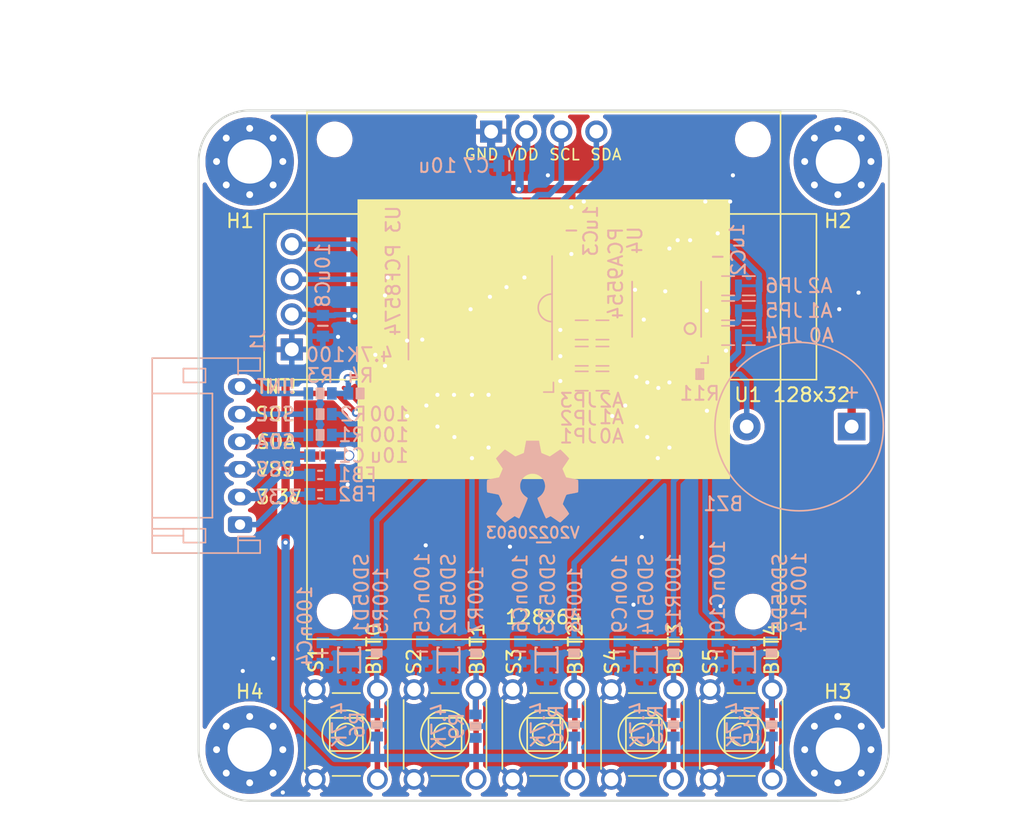
<source format=kicad_pcb>
(kicad_pcb (version 20211014) (generator pcbnew)
  (layers (0 "F.Cu" signal) (31 "B.Cu" signal) (34 "B.Paste" user) (35 "F.Paste" user) (36 "B.SilkS" user "B.Silkscreen") (37 "F.SilkS" user "F.Silkscreen") (38 "B.Mask" user) (39 "F.Mask" user) (44 "Edge.Cuts" user))
  (net 0 "")
  (net 1 "Net-(J1-Pad6)")
  (net 2 "Net-(J1-Pad5)")
  (net 3 "Net-(J1-Pad4)")
  (net 4 "/VSS")
  (net 5 "/SDA")
  (net 6 "/SCL")
  (net 7 "/!INT")
  (net 8 "Net-(FB1-Pad2)")
  (net 9 "/3.3V")
  (net 10 "Net-(FB2-Pad2)")
  (net 11 "/5V")
  (net 12 "/BUZZ")
  (net 13 "Net-(JP1-Pad2)")
  (net 14 "Net-(JP2-Pad2)")
  (net 15 "Net-(JP3-Pad2)")
  (net 16 "Net-(JP4-Pad2)")
  (net 17 "Net-(JP5-Pad2)")
  (net 18 "Net-(JP6-Pad2)")
  (net 21 "/BUTT3")
  (net 22 "/BUTT2")
  (net 23 "/BUTT1")
  (net 24 "/BUTT0")
  (net 27 "Net-(R5-Pad1)")
  (net 28 "Net-(R7-Pad1)")
  (net 29 "Net-(R10-Pad2)")
  (net 30 "Net-(BZ1-Pad2)")
  (net 31 "Net-(R12-Pad1)")
  (net 32 "/BUTT4")
  (net 33 "Net-(R14-Pad1)")
  (footprint "MountingHole:MountingHole_3.2mm_M3_Pad_Via" (layer "F.Cu") (at 196.3 53.7)
    (fp_text reference "H2")
    (fp_text value "MountingHole")
  )
  (footprint "MountingHole:MountingHole_3.2mm_M3_Pad_Via" (layer "F.Cu") (at 196.3 96.3)
    (fp_text reference "H3")
    (fp_text value "MountingHole")
  )
  (footprint "MountingHole:MountingHole_3.2mm_M3_Pad_Via" (layer "F.Cu") (at 153.7 96.3)
    (fp_text reference "H4")
    (fp_text value "MountingHole")
  )
  (footprint "SquantorModules:OLED_132in_128x96" (layer "F.Cu") (at 175 69.2)
    (fp_text reference "U2")
    (fp_text value "128x64")
  )
  (footprint "SquantorSwitches:Omron_B3F-1052" (layer "F.Cu") (at 160.7 95.2 90)
    (fp_text reference "S1")
    (fp_text value "BUT0")
  )
  (footprint "SquantorSwitches:Omron_B3F-1052" (layer "F.Cu") (at 167.85 95.2 90)
    (fp_text reference "S2")
    (fp_text value "BUT1")
  )
  (footprint "SquantorSwitches:Omron_B3F-1052" (layer "F.Cu") (at 175 95.2 90)
    (fp_text reference "S3")
    (fp_text value "BUT2")
  )
  (footprint "SquantorModules:OLED_128x32" (layer "F.Cu") (at 174.75 63.5)
    (fp_text reference "U1")
    (fp_text value "128x32")
  )
  (footprint "MountingHole:MountingHole_3.2mm_M3_Pad_Via" (layer "F.Cu") (at 153.7 53.7)
    (fp_text reference "H1")
    (fp_text value "MountingHole")
  )
  (footprint "SquantorSwitches:Omron_B3F-1052" (layer "F.Cu") (at 189.3 95.2 90)
    (fp_text reference "S5")
    (fp_text value "BUT4")
  )
  (footprint "SquantorSwitches:Omron_B3F-1052" (layer "F.Cu") (at 182.15 95.2 90)
    (fp_text reference "S4")
    (fp_text value "BUT3")
  )
  (footprint "Symbols:OSHW-Symbol_6.7x6mm_SilkScreen" (layer "B.Cu") (at 174.2 76.9 180)
    (fp_text reference "N1" hide)
    (fp_text value "OHWLOGO" hide)
  )
  (footprint "SquantorLabels:Label_Generic" (layer "B.Cu") (at 175 80.6875 180)
    (fp_text reference "N2" hide)
    (fp_text value "V20220603")
  )
  (footprint "Connector_JST:JST_PH_S6B-PH-K_1x06_P2.00mm_Horizontal" (layer "B.Cu") (at 153 80 90)
    (fp_text reference "J1")
    (fp_text value "Conn_01x06")
  )
  (footprint "SquantorRcl:R_0603_hand" (layer "B.Cu") (at 158.8 73.5 180)
    (fp_text reference "R1")
    (fp_text value "100")
  )
  (footprint "SquantorRcl:R_0603_hand" (layer "B.Cu") (at 158.8 70.5 180)
    (fp_text reference "R3")
    (fp_text value "100")
  )
  (footprint "SquantorRcl:L_0603" (layer "B.Cu") (at 158.8 76.4 180)
    (fp_text reference "FB1")
    (fp_text value "600")
  )
  (footprint "SquantorRcl:C_0603" (layer "B.Cu") (at 158.8 75)
    (fp_text reference "C1")
    (fp_text value "10u")
  )
  (footprint "SquantorRcl:L_0603" (layer "B.Cu") (at 158.8 77.8 180)
    (fp_text reference "FB2")
    (fp_text value "600")
  )
  (footprint "SquantorRcl:C_0603" (layer "B.Cu") (at 177 58.7 -90)
    (fp_text reference "C3")
    (fp_text value "1u")
  )
  (footprint "SquantorRcl:R_0603_hand" (layer "B.Cu") (at 161.7 70.5 180)
    (fp_text reference "R4")
    (fp_text value "4.7K")
  )
  (footprint "SquantorIC:SOT162-1-NXP" (layer "B.Cu") (at 170.4 64.3 90)
    (fp_text reference "U3")
    (fp_text value "PCF8574")
  )
  (footprint "SquantorDiodes:SOD_323_onsemi" (layer "B.Cu") (at 160.9 89.8 -90)
    (fp_text reference "D1")
    (fp_text value "SD05")
  )
  (footprint "SquantorRcl:R_0603_hand" (layer "B.Cu") (at 162.9 89.3 90)
    (fp_text reference "R5")
    (fp_text value "100")
  )
  (footprint "SquantorRcl:C_0603" (layer "B.Cu") (at 166.2 89.2 -90)
    (fp_text reference "C5")
    (fp_text value "100n")
  )
  (footprint "SquantorRcl:C_0603" (layer "B.Cu") (at 173.3 89.2 -90)
    (fp_text reference "C6")
    (fp_text value "100n")
  )
  (footprint "SquantorDiodes:SOD_323_onsemi" (layer "B.Cu") (at 168.1 89.8 -90)
    (fp_text reference "D2")
    (fp_text value "SD05")
  )
  (footprint "SquantorDiodes:SOD_323_onsemi" (layer "B.Cu") (at 175.2 89.8 -90)
    (fp_text reference "D3")
    (fp_text value "SD05")
  )
  (footprint "SquantorRcl:R_0603_hand" (layer "B.Cu") (at 170.1 89.3 90)
    (fp_text reference "R7")
    (fp_text value "100")
  )
  (footprint "SquantorRcl:R_0603_hand" (layer "B.Cu") (at 177.2 89.3 90)
    (fp_text reference "R8")
    (fp_text value "100")
  )
  (footprint "SquantorRcl:R_0603_hand" (layer "B.Cu") (at 170.053 94.6 90)
    (fp_text reference "R9")
    (fp_text value "4.7K")
  )
  (footprint "SquantorRcl:R_0603_hand" (layer "B.Cu") (at 177.2 94.5 90)
    (fp_text reference "R10")
    (fp_text value "4.7K")
  )
  (footprint "SquantorRcl:R_0603_hand" (layer "B.Cu") (at 158.8 72 180)
    (fp_text reference "R2")
    (fp_text value "100")
  )
  (footprint "SquantorRcl:R_0603_hand" (layer "B.Cu") (at 162.9 94.5 90)
    (fp_text reference "R6")
    (fp_text value "4.7K")
  )
  (footprint "SquantorRcl:C_0603" (layer "B.Cu") (at 159 89.3 -90)
    (fp_text reference "C4")
    (fp_text value "100n")
  )
  (footprint "SquantorSpecial:solder_jumper_0603_3way_12conn" (layer "B.Cu") (at 189.1 62.7 180)
    (fp_text reference "JP6")
    (fp_text value "A2")
  )
  (footprint "SquantorRcl:C_0603" (layer "B.Cu") (at 187.6 60.6 -90)
    (fp_text reference "C2")
    (fp_text value "1u")
  )
  (footprint "SquantorIC:SOT403-1-NXP" (layer "B.Cu") (at 183.9 64.4 90)
    (fp_text reference "U4")
    (fp_text value "PCA9554")
  )
  (footprint "SquantorSpecial:solder_jumper_0603_3way_12conn" (layer "B.Cu") (at 189.1 64.5 180)
    (fp_text reference "JP5")
    (fp_text value "A1")
  )
  (footprint "Buzzer_Beeper:Buzzer_12x9.5RM7.6" (layer "B.Cu") (at 197.3 72.9 180)
    (fp_text reference "BZ1")
    (fp_text value "Buzzer")
  )
  (footprint "SquantorRcl:R_0603_hand" (layer "B.Cu") (at 186.3 69.1)
    (fp_text reference "R11")
    (fp_text value "TBD")
  )
  (footprint "SquantorSpecial:solder_jumper_0603_3way_12conn" (layer "B.Cu") (at 178.5 65.9 180)
    (fp_text reference "JP3")
    (fp_text value "A2")
  )
  (footprint "SquantorSpecial:solder_jumper_0603_3way_12conn" (layer "B.Cu") (at 178.5 69.6 180)
    (fp_text reference "JP1")
    (fp_text value "A0")
  )
  (footprint "SquantorSpecial:solder_jumper_0603_3way_12conn" (layer "B.Cu") (at 178.5 67.8 180)
    (fp_text reference "JP2")
    (fp_text value "A1")
  )
  (footprint "SquantorRcl:C_0603" (layer "B.Cu") (at 172.5 54)
    (fp_text reference "C7")
    (fp_text value "10u")
  )
  (footprint "SquantorSpecial:solder_jumper_0603_3way_12conn" (layer "B.Cu") (at 189.1 66.3 180)
    (fp_text reference "JP4")
    (fp_text value "A0")
  )
  (footprint "SquantorRcl:C_0603" (layer "B.Cu") (at 159 65.6 90)
    (fp_text reference "C8")
    (fp_text value "10u")
  )
  (footprint "SquantorRcl:R_0603_hand" (layer "B.Cu") (at 191.5 89.3 90)
    (fp_text reference "R14")
    (fp_text value "100")
  )
  (footprint "SquantorRcl:C_0603" (layer "B.Cu") (at 180.5 89.2 -90)
    (fp_text reference "C9")
    (fp_text value "100n")
  )
  (footprint "SquantorRcl:R_0603_hand" (layer "B.Cu") (at 184.4 94.5 90)
    (fp_text reference "R13")
    (fp_text value "4.7K")
  )
  (footprint "SquantorDiodes:SOD_323_onsemi" (layer "B.Cu") (at 189.5 89.8 -90)
    (fp_text reference "D5")
    (fp_text value "SD05")
  )
  (footprint "SquantorRcl:R_0603_hand" (layer "B.Cu") (at 191.5 94.5 90)
    (fp_text reference "R15")
    (fp_text value "4.7K")
  )
  (footprint "SquantorDiodes:SOD_323_onsemi" (layer "B.Cu") (at 182.4 89.8 -90)
    (fp_text reference "D4")
    (fp_text value "SD05")
  )
  (footprint "SquantorRcl:C_0603" (layer "B.Cu") (at 187.6 89.2 -90)
    (fp_text reference "C10")
    (fp_text value "100n")
  )
  (footprint "SquantorRcl:R_0603_hand" (layer "B.Cu") (at 184.4 89.3 90)
    (fp_text reference "R12")
    (fp_text value "100")
  )
  (gr_line (start 150 96.3) (end 150 53.7) (layer "Edge.Cuts") (width 0.15))
  (gr_line (start 153.7 50) (end 196.3 50) (layer "Edge.Cuts") (width 0.15))
  (gr_line (start 196.3 100) (end 153.7 100) (layer "Edge.Cuts") (width 0.15))
  (gr_line (start 200 53.7) (end 200 96.3) (layer "Edge.Cuts") (width 0.15))
  (gr_arc (start 150 53.7) (mid 151.083705 51.083705) (end 153.7 50) (layer "Edge.Cuts") (width 0.15))
  (gr_arc (start 200 96.3) (mid 198.916295 98.916295) (end 196.3 100) (layer "Edge.Cuts") (width 0.15))
  (gr_arc (start 153.7 100) (mid 151.083705 98.916295) (end 150 96.3) (layer "Edge.Cuts") (width 0.15))
  (gr_arc (start 196.3 50) (mid 198.916295 51.083705) (end 200 53.7) (layer "Edge.Cuts") (width 0.15))
  (gr_text "SCL" (at 155.6 72) (layer "B.SilkS") (effects (font (size 1 1)) (justify mirror)))
  (gr_text "VSS" (at 155.5 76) (layer "B.SilkS") (effects (font (size 1 1)) (justify mirror)))
  (gr_text "!INT" (at 155.6 70) (layer "B.SilkS") (effects (font (size 1 1)) (justify mirror)))
  (gr_text "3.3V" (at 155.8 78) (layer "B.SilkS") (effects (font (size 1 1)) (justify mirror)))
  (gr_text "SDA" (at 155.6 74) (layer "B.SilkS") (effects (font (size 1 1)) (justify mirror)))
  (gr_text "INT!" (at 155.7 70) (layer "F.SilkS") (effects (font (size 1 1))))
  (gr_text "3.3V" (at 155.8 78) (layer "F.SilkS") (effects (font (size 1 1))))
  (gr_text "SCL" (at 155.5 72) (layer "F.SilkS") (effects (font (size 1 1))))
  (gr_text "SDA" (at 155.6 74) (layer "F.SilkS") (effects (font (size 1 1))))
  (gr_text "VSS" (at 155.6 76) (layer "F.SilkS") (effects (font (size 1 1))))
  (segment (start 157.95 70.5) (end 154.7 70.5) (width 0.4) (layer "B.Cu") (net 1))
  (segment (start 154.2 70) (end 153 70) (width 0.4) (layer "B.Cu") (net 1))
  (segment (start 154.7 70.5) (end 154.2 70) (width 0.4) (layer "B.Cu") (net 1))
  (segment (start 157.95 72) (end 153 72) (width 0.4) (layer "B.Cu") (net 2))
  (segment (start 157.95 73.5) (end 154.725 73.5) (width 0.4) (layer "B.Cu") (net 3))
  (segment (start 154.225 74) (end 153 74) (width 0.4) (layer "B.Cu") (net 3))
  (segment (start 154.725 73.5) (end 154.225 74) (width 0.4) (layer "B.Cu") (net 3))
  (via (at 155.4 89.7) (size 0.6) (drill 0.3) (layers "F.Cu" "B.Cu") (net 4))
  (via (at 153.2 90.6) (size 0.6) (drill 0.3) (layers "F.Cu" "B.Cu") (net 4))
  (via (at 166.45 81.5) (size 0.6) (drill 0.3) (layers "F.Cu" "B.Cu") (net 4))
  (via (at 156.1 99.4) (size 0.6) (drill 0.3) (layers "F.Cu" "B.Cu") (net 4))
  (via (at 181.5 85.8) (size 0.6) (drill 0.3) (layers "F.Cu" "B.Cu") (net 4))
  (via (at 175.3 54.7) (size 0.6) (drill 0.3) (layers "F.Cu" "B.Cu") (net 4))
  (via (at 177.9 56.6) (size 0.6) (drill 0.3) (layers "F.Cu" "B.Cu") (net 4))
  (via (at 196.4 64.4) (size 0.6) (drill 0.3) (layers "F.Cu" "B.Cu") (net 4))
  (via (at 197.8 63.2) (size 0.6) (drill 0.3) (layers "F.Cu" "B.Cu") (net 4))
  (via (at 188.5 56.6) (size 0.6) (drill 0.3) (layers "F.Cu" "B.Cu") (net 4))
  (via (at 186.7 56.6) (size 0.6) (drill 0.3) (layers "F.Cu" "B.Cu") (net 4))
  (via (at 188.7 54.7) (size 0.6) (drill 0.3) (layers "F.Cu" "B.Cu") (net 4))
  (via (at 166.2 66.6) (size 0.6) (drill 0.3) (layers "F.Cu" "B.Cu") (net 4))
  (via (at 186.817 71.755) (size 0.6) (drill 0.3) (layers "F.Cu" "B.Cu") (net 4))
  (via (at 182.1 80.9) (size 0.6) (drill 0.3) (layers "F.Cu" "B.Cu") (net 4))
  (via (at 160.8 77.1) (size 0.6) (drill 0.3) (layers "F.Cu" "B.Cu") (net 4))
  (via (at 176.2 69.6) (size 0.6) (drill 0.3) (layers "F.Cu" "B.Cu") (net 4))
  (via (at 177 60.4) (size 0.6) (drill 0.3) (layers "F.Cu" "B.Cu") (net 4))
  (via (at 176.2 67.8) (size 0.6) (drill 0.3) (layers "F.Cu" "B.Cu") (net 4))
  (via (at 176.2 65.9) (size 0.6) (drill 0.3) (layers "F.Cu" "B.Cu") (net 4))
  (via (at 186.8 64.5) (size 0.6) (drill 0.3) (layers "F.Cu" "B.Cu") (net 4))
  (via (at 160.1 66.4) (size 0.6) (drill 0.3) (layers "F.Cu" "B.Cu") (net 4))
  (via (at 172.55 81.6) (size 0.6) (drill 0.3) (layers "F.Cu" "B.Cu") (net 4))
  (via (at 187.8 85.9) (size 0.6) (drill 0.3) (layers "F.Cu" "B.Cu") (net 4))
  (via (at 188.2 67.4) (size 0.6) (drill 0.3) (layers "F.Cu" "B.Cu") (net 4))
  (via (at 182.245 65.151) (size 0.6) (drill 0.3) (layers "F.Cu" "B.Cu") (net 4))
  (segment (start 177 65.9) (end 176.2 65.9) (width 0.4) (layer "B.Cu") (net 4))
  (segment (start 177 67.8) (end 176.2 67.8) (width 0.4) (layer "B.Cu") (net 4))
  (segment (start 177 69.6) (end 176.2 69.6) (width 0.4) (layer "B.Cu") (net 4))
  (segment (start 165.905 68.7) (end 165.905 67.095) (width 0.4) (layer "B.Cu") (net 4))
  (segment (start 187.9 67.4) (end 187.6 67.1) (width 0.4) (layer "B.Cu") (net 4))
  (segment (start 166.3 66.7) (end 171.6 66.7) (width 0.4) (layer "B.Cu") (net 4))
  (segment (start 177 60.4) (end 177 59.45) (width 0.4) (layer "B.Cu") (net 4))
  (segment (start 159 66.35) (end 160.05 66.35) (width 0.4) (layer "B.Cu") (net 4))
  (segment (start 187.6 62.7) (end 186.5 62.7) (width 0.4) (layer "B.Cu") (net 4))
  (segment (start 174.2 64.1) (end 176.8 64.1) (width 0.4) (layer "B.Cu") (net 4))
  (segment (start 187.6 67.1) (end 187.6 66.3) (width 0.4) (layer "B.Cu") (net 4))
  (segment (start 158.89 67.31) (end 159 67.2) (width 0.4) (layer "B.Cu") (net 4))
  (segment (start 171.19 52.69) (end 171.75 53.25) (width 0.6) (layer "B.Cu") (net 4))
  (segment (start 156.75 67.31) (end 158.89 67.31) (width 0.4) (layer "B.Cu") (net 4))
  (segment (start 177 63.9) (end 177 60.4) (width 0.4) (layer "B.Cu") (net 4))
  (segment (start 182 65.9) (end 181.525 66.375) (width 0.4) (layer "B.Cu") (net 4))
  (segment (start 187.6 64.5) (end 186.8 64.5) (width 0.4) (layer "B.Cu") (net 4))
  (segment (start 188.2 67.4) (end 187.9 67.4) (width 0.4) (layer "B.Cu") (net 4))
  (segment (start 186.5 62.7) (end 183.3 65.9) (width 0.4) (layer "B.Cu") (net 4))
  (segment (start 183.3 65.9) (end 182 65.9) (width 0.4) (layer "B.Cu") (net 4))
  (segment (start 187.6 61.35) (end 187.6 62.7) (width 0.4) (layer "B.Cu") (net 4))
  (segment (start 165.905 67.095) (end 166.3 66.7) (width 0.4) (layer "B.Cu") (net 4))
  (segment (start 171.6 66.7) (end 174.2 64.1) (width 0.4) (layer "B.Cu") (net 4))
  (segment (start 159 67.2) (end 159 66.35) (width 0.4) (layer "B.Cu") (net 4))
  (segment (start 160.05 66.35) (end 160.1 66.4) (width 0.4) (layer "B.Cu") (net 4))
  (segment (start 176.8 64.1) (end 177 63.9) (width 0.4) (layer "B.Cu") (net 4))
  (segment (start 171.19 51.53) (end 171.19 52.69) (width 0.6) (layer "B.Cu") (net 4))
  (segment (start 171.75 53.25) (end 171.75 54) (width 0.6) (layer "B.Cu") (net 4))
  (segment (start 181.525 66.375) (end 181.525 67.325) (width 0.4) (layer "B.Cu") (net 4))
  (segment (start 156.76 67.3) (end 156.75 67.31) (width 0.4) (layer "B.Cu") (net 4))
  (segment (start 176.6 62.1) (end 173.6 62.1) (width 0.4) (layer "F.Cu") (net 5))
  (segment (start 185.6 58.8) (end 185.2 58.4) (width 0.4) (layer "F.Cu") (net 5))
  (segment (start 163.7 62.1) (end 173.6 62.1) (width 0.4) (layer "F.Cu") (net 5))
  (segment (start 185.2 58.4) (end 180.3 58.4) (width 0.4) (layer "F.Cu") (net 5))
  (segment (start 162.8 67.7) (end 162.8 63) (width 0.4) (layer "F.Cu") (net 5))
  (segment (start 162.8 63) (end 163.7 62.1) (width 0.4) (layer "F.Cu") (net 5))
  (segment (start 180.3 58.4) (end 176.6 62.1) (width 0.4) (layer "F.Cu") (net 5))
  (segment (start 185.6 59.4) (end 185.6 58.8) (width 0.4) (layer "F.Cu") (net 5))
  (via (at 185.6 59.4) (size 0.6) (drill 0.3) (layers "F.Cu" "B.Cu") (net 5))
  (via (at 163.7 62.1) (size 0.6) (drill 0.3) (layers "F.Cu" "B.Cu") (net 5))
  (via (at 173.6 62.1) (size 0.6) (drill 0.3) (layers "F.Cu" "B.Cu") (net 5))
  (via (at 162.8 67.7) (size 0.6) (drill 0.3) (layers "F.Cu" "B.Cu") (net 5))
  (segment (start 164.3 68.2) (end 164.3 72.5) (width 0.4) (layer "B.Cu") (net 5))
  (segment (start 164.3 72.5) (end 163.3 73.5) (width 0.4) (layer "B.Cu") (net 5))
  (segment (start 173.575 58.425) (end 175.1 56.9) (width 0.4) (layer "B.Cu") (net 5))
  (segment (start 161.29 59.69) (end 163.7 62.1) (width 0.4) (layer "B.Cu") (net 5))
  (segment (start 156.75 59.69) (end 161.29 59.69) (width 0.4) (layer "B.Cu") (net 5))
  (segment (start 178.81 54.09) (end 178.81 51.53) (width 0.4) (layer "B.Cu") (net 5))
  (segment (start 175.1 56.9) (end 176 56.9) (width 0.4) (layer "B.Cu") (net 5))
  (segment (start 173.575 59.9) (end 173.575 58.425) (width 0.4) (layer "B.Cu") (net 5))
  (segment (start 173.6 61.6) (end 173.575 61.575) (width 0.4) (layer "B.Cu") (net 5))
  (segment (start 173.6 62.1) (end 173.6 61.6) (width 0.4) (layer "B.Cu") (net 5))
  (segment (start 176 56.9) (end 178.81 54.09) (width 0.4) (layer "B.Cu") (net 5))
  (segment (start 185.6 59.4) (end 185.525 59.475) (width 0.4) (layer "B.Cu") (net 5))
  (segment (start 163.3 73.5) (end 159.65 73.5) (width 0.4) (layer "B.Cu") (net 5))
  (segment (start 185.525 59.475) (end 185.525 61.475) (width 0.4) (layer "B.Cu") (net 5))
  (segment (start 173.575 61.575) (end 173.575 59.9) (width 0.4) (layer "B.Cu") (net 5))
  (segment (start 163.8 67.7) (end 164.3 68.2) (width 0.4) (layer "B.Cu") (net 5))
  (segment (start 162.8 67.7) (end 163.8 67.7) (width 0.4) (layer "B.Cu") (net 5))
  (segment (start 184.7 59.4) (end 184.5 59.2) (width 0.4) (layer "F.Cu") (net 6))
  (segment (start 163.5 63.4) (end 164.1 62.8) (width 0.4) (layer "F.Cu") (net 6))
  (segment (start 164.1 62.8) (end 172.3 62.8) (width 0.4) (layer "F.Cu") (net 6))
  (segment (start 184.5 59.2) (end 180.6 59.2) (width 0.4) (layer "F.Cu") (net 6))
  (segment (start 163.5 68.5) (end 163.5 63.4) (width 0.4) (layer "F.Cu") (net 6))
  (segment (start 174.7 62.8) (end 172.3 62.8) (width 0.4) (layer "F.Cu") (net 6))
  (segment (start 180.6 59.2) (end 177 62.8) (width 0.4) (layer "F.Cu") (net 6))
  (segment (start 177 62.8) (end 174.7 62.8) (width 0.4) (layer "F.Cu") (net 6))
  (via (at 163.5 68.5) (size 0.6) (drill 0.3) (layers "F.Cu" "B.Cu") (net 6))
  (via (at 172.3 62.8) (size 0.6) (drill 0.3) (layers "F.Cu" "B.Cu") (net 6))
  (via (at 163.5 63.4) (size 0.6) (drill 0.3) (layers "F.Cu" "B.Cu") (net 6))
  (via (at 184.7 59.4) (size 0.6) (drill 0.3) (layers "F.Cu" "B.Cu") (net 6))
  (segment (start 176.27 55.23) (end 176.27 51.53) (width 0.4) (layer "B.Cu") (net 6))
  (segment (start 172.3 62.8) (end 172.3 59.905) (width 0.4) (layer "B.Cu") (net 6))
  (segment (start 184.875 59.575) (end 184.875 61.475) (width 0.4) (layer "B.Cu") (net 6))
  (segment (start 163.5 71.4) (end 163.5 68.5) (width 0.4) (layer "B.Cu") (net 6))
  (segment (start 172.305 59.9) (end 172.305 58.395) (width 0.4) (layer "B.Cu") (net 6))
  (segment (start 160.9 72.7) (end 160.2 72) (width 0.4) (layer "B.Cu") (net 6))
  (segment (start 162.4 72.7) (end 160.9 72.7) (width 0.4) (layer "B.Cu") (net 6))
  (segment (start 175.4 56.1) (end 176.27 55.23) (width 0.4) (layer "B.Cu") (net 6))
  (segment (start 172.305 58.395) (end 174.6 56.1) (width 0.4) (layer "B.Cu") (net 6))
  (segment (start 174.6 56.1) (end 175.4 56.1) (width 0.4) (layer "B.Cu") (net 6))
  (segment (start 163.5 71.6) (end 162.4 72.7) (width 0.4) (layer "B.Cu") (net 6))
  (segment (start 184.7 59.4) (end 184.875 59.575) (width 0.4) (layer "B.Cu") (net 6))
  (segment (start 162.33 62.23) (end 163.5 63.4) (width 0.4) (layer "B.Cu") (net 6))
  (segment (start 163.5 71.4) (end 163.5 71.6) (width 0.4) (layer "B.Cu") (net 6))
  (segment (start 160.2 72) (end 159.65 72) (width 0.4) (layer "B.Cu") (net 6))
  (segment (start 156.75 62.23) (end 162.33 62.23) (width 0.4) (layer "B.Cu") (net 6))
  (segment (start 172.3 59.905) (end 172.305 59.9) (width 0.4) (layer "B.Cu") (net 6))
  (segment (start 164.3 63.7) (end 164.5 63.5) (width 0.4) (layer "F.Cu") (net 7))
  (segment (start 164.3 69.1) (end 164.3 63.7) (width 0.4) (layer "F.Cu") (net 7))
  (segment (start 160.8 69.4) (end 160.9 69.3) (width 0.4) (layer "F.Cu") (net 7))
  (segment (start 164.5 63.5) (end 171.1 63.5) (width 0.4) (layer "F.Cu") (net 7))
  (segment (start 164.1 69.3) (end 164.3 69.1) (width 0.4) (layer "F.Cu") (net 7))
  (segment (start 160.9 69.3) (end 164.1 69.3) (width 0.4) (layer "F.Cu") (net 7))
  (segment (start 180.8 60) (end 177.3 63.5) (width 0.4) (layer "F.Cu") (net 7))
  (segment (start 177.3 63.5) (end 171.1 63.5) (width 0.4) (layer "F.Cu") (net 7))
  (segment (start 184.1 60) (end 180.8 60) (width 0.4) (layer "F.Cu") (net 7))
  (via (at 171.1 63.5) (size 0.6) (drill 0.3) (layers "F.Cu" "B.Cu") (net 7))
  (via (at 160.8 69.4) (size 0.6) (drill 0.3) (layers "F.Cu" "B.Cu") (net 7))
  (via (at 184.1 60) (size 0.6) (drill 0.3) (layers "F.Cu" "B.Cu") (net 7))
  (segment (start 159.65 70.5) (end 160.85 70.5) (width 0.4) (layer "B.Cu") (net 7))
  (segment (start 184.1 60) (end 184.225 60.125) (width 0.4) (layer "B.Cu") (net 7))
  (segment (start 184.225 60.125) (end 184.225 61.475) (width 0.4) (layer "B.Cu") (net 7))
  (segment (start 171.1 63.5) (end 171.1 61.8) (width 0.4) (layer "B.Cu") (net 7))
  (segment (start 160.8 69.4) (end 160.85 69.45) (width 0.4) (layer "B.Cu") (net 7))
  (segment (start 160.85 69.45) (end 160.85 70.5) (width 0.4) (layer "B.Cu") (net 7))
  (segment (start 171.1 61.8) (end 171.035 61.735) (width 0.4) (layer "B.Cu") (net 7))
  (segment (start 171.035 61.735) (end 171.035 59.9) (width 0.4) (layer "B.Cu") (net 7))
  (segment (start 155.8 76.4) (end 154.2 78) (width 0.6) (layer "B.Cu") (net 8))
  (segment (start 154.2 78) (end 153 78) (width 0.6) (layer "B.Cu") (net 8))
  (segment (start 158.05 76.4) (end 155.8 76.4) (width 0.6) (layer "B.Cu") (net 8))
  (segment (start 160.9 75) (end 156.3 75) (width 0.6) (layer "F.Cu") (net 9))
  (segment (start 156.3 70.4) (end 156.3 69.8) (width 0.6) (layer "F.Cu") (net 9))
  (segment (start 197.3 72.9) (end 197.3 64) (width 0.6) (layer "F.Cu") (net 9))
  (segment (start 176.8 55.7) (end 177 55.9) (width 0.6) (layer "F.Cu") (net 9))
  (segment (start 156.3 69.8) (end 157.1 69) (width 0.6) (layer "F.Cu") (net 9))
  (segment (start 161.3 67.5) (end 161.3 64.9) (width 0.6) (layer "F.Cu") (net 9))
  (segment (start 161.4 71.9) (end 160 70.5) (width 0.4) (layer "F.Cu") (net 9))
  (segment (start 187.6 58.9) (end 187.6 55.7) (width 0.6) (layer "F.Cu") (net 9))
  (segment (start 160 70.5) (end 156.4 70.5) (width 0.4) (layer "F.Cu") (net 9))
  (segment (start 176.7 55.7) (end 176.8 55.7) (width 0.6) (layer "F.Cu") (net 9))
  (segment (start 189 55.7) (end 187.2 55.7) (width 0.6) (layer "F.Cu") (net 9))
  (segment (start 173.2 55.7) (end 173.3 55.7) (width 0.6) (layer "F.Cu") (net 9))
  (segment (start 161.3 64.9) (end 161.3 57.5) (width 0.6) (layer "F.Cu") (net 9))
  (segment (start 157.1 69) (end 159.8 69) (width 0.6) (layer "F.Cu") (net 9))
  (segment (start 159.8 69) (end 161.3 67.5) (width 0.6) (layer "F.Cu") (net 9))
  (segment (start 177 57) (end 177 55.9) (width 0.6) (layer "F.Cu") (net 9))
  (segment (start 156.3 74.2) (end 156.3 70.4) (width 0.6) (layer "F.Cu") (net 9))
  (segment (start 156.3 75) (end 156.3 81.3) (width 0.6) (layer "F.Cu") (net 9))
  (segment (start 163.1 55.7) (end 173.3 55.7) (width 0.6) (layer "F.Cu") (net 9))
  (segment (start 156.4 70.5) (end 156.3 70.4) (width 0.4) (layer "F.Cu") (net 9))
  (segment (start 187.2 55.7) (end 173.7 55.7) (width 0.6) (layer "F.Cu") (net 9))
  (segment (start 197.3 64) (end 189 55.7) (width 0.6) (layer "F.Cu") (net 9))
  (segment (start 156.3 75) (end 156.3 74.2) (width 0.6) (layer "F.Cu") (net 9))
  (segment (start 173.3 55.7) (end 173.7 55.7) (width 0.6) (layer "F.Cu") (net 9))
  (segment (start 161.3 57.5) (end 163.1 55.7) (width 0.6) (layer "F.Cu") (net 9))
  (via (at 187.6 58.9) (size 0.6) (drill 0.3) (layers "F.Cu" "B.Cu") (net 9))
  (via (at 156.3 81.3) (size 0.6) (drill 0.3) (layers "F.Cu" "B.Cu") (net 9))
  (via (at 177 57) (size 0.6) (drill 0.3) (layers "F.Cu" "B.Cu") (net 9))
  (via (at 173.2 55.7) (size 0.6) (drill 0.3) (layers "F.Cu" "B.Cu") (net 9))
  (via (at 161.3 64.9) (size 0.6) (drill 0.3) (layers "F.Cu" "B.Cu") (net 9))
  (via (at 160.9 75) (size 0.75) (drill 0.6) (layers "F.Cu" "B.Cu") (net 9))
  (via (at 161.4 71.9) (size 0.6) (drill 0.3) (layers "F.Cu" "B.Cu") (net 9))
  (segment (start 156.3 81.3) (end 156.3 93.308) (width 0.6) (layer "B.Cu") (net 9))
  (segment (start 190.6 66.3) (end 190.6 64.5) (width 0.4) (layer "B.Cu") (net 9))
  (segment (start 156.75 64.77) (end 157.97 64.77) (width 0.4) (layer "B.Cu") (net 9))
  (segment (start 184.404 96.901) (end 191.135 96.901) (width 0.6) (layer "B.Cu") (net 9))
  (segment (start 170.053 96.901) (end 177.165 96.901) (width 0.6) (layer "B.Cu") (net 9))
  (segment (start 180 65.9) (end 180 60.2) (width 0.4) (layer "B.Cu") (net 9))
  (segment (start 173.25 53.15) (end 173.25 54) (width 0.6) (layer "B.Cu") (net 9))
  (segment (start 184.4 95.35) (end 184.4 96.897) (width 0.4) (layer "B.Cu") (net 9))
  (segment (start 173.2 55.7) (end 173.25 55.65) (width 0.6) (layer "B.Cu") (net 9))
  (segment (start 156.3 93.308) (end 159.893 96.901) (width 0.6) (layer "B.Cu") (net 9))
  (segment (start 173.73 51.53) (end 173.73 52.67) (width 0.6) (layer "B.Cu") (net 9))
  (segment (start 175.25 57.95) (end 174.895 58.305) (width 0.6) (layer "B.Cu") (net 9))
  (segment (start 180 67.8) (end 180 65.9) (width 0.4) (layer "B.Cu") (net 9))
  (segment (start 190.6 61.9) (end 188.55 59.85) (width 0.4) (layer "B.Cu") (net 9))
  (segment (start 177.2 95.35) (end 177.2 96.866) (width 0.4) (layer "B.Cu") (net 9))
  (segment (start 184.4 96.897) (end 184.404 96.901) (width 0.4) (layer "B.Cu") (net 9))
  (segment (start 161.9 71.9) (end 162.55 71.25) (width 0.4) (layer "B.Cu") (net 9))
  (segment (start 191.5 95.35) (end 191.5 96.536) (width 0.4) (layer "B.Cu") (net 9))
  (segment (start 162.9 96.733) (end 163.068 96.901) (width 0.4) (layer "B.Cu") (net 9))
  (segment (start 162.55 71.25) (end 162.55 70.5) (width 0.4) (layer "B.Cu") (net 9))
  (segment (start 186.275 60.525) (end 186.275 61.475) (width 0.6) (layer "B.Cu") (net 9))
  (segment (start 174.895 58.305) (end 174.895 59.9) (width 0.6) (layer "B.Cu") (net 9))
  (segment (start 173.25 55.65) (end 173.25 54) (width 0.6) (layer "B.Cu") (net 9))
  (segment (start 180 69.6) (end 180 67.8) (width 0.4) (layer "B.Cu") (net 9))
  (segment (start 159.55 76.4) (end 159.55 75) (width 0.6) (layer "B.Cu") (net 9))
  (segment (start 187.6 59.85) (end 187.6 58.9) (width 0.6) (layer "B.Cu") (net 9))
  (segment (start 177 57.95) (end 175.25 57.95) (width 0.6) (layer "B.Cu") (net 9))
  (segment (start 159.9 64.8) (end 161.2 64.8) (width 0.4) (layer "B.Cu") (net 9))
  (segment (start 177.165 96.901) (end 184.404 96.901) (width 0.6) (layer "B.Cu") (net 9))
  (segment (start 173.73 52.67) (end 173.25 53.15) (width 0.6) (layer "B.Cu") (net 9))
  (segment (start 186.95 59.85) (end 186.275 60.525) (width 0.6) (layer "B.Cu") (net 9))
  (segment (start 157.97 64.77) (end 158.05 64.85) (width 0.4) (layer "B.Cu") (net 9))
  (segment (start 188.55 59.85) (end 187.6 59.85) (width 0.4) (layer "B.Cu") (net 9))
  (segment (start 187.6 59.85) (end 186.95 59.85) (width 0.6) (layer "B.Cu") (net 9))
  (segment (start 161.2 64.8) (end 161.3 64.9) (width 0.4) (layer "B.Cu") (net 9))
  (segment (start 161.4 71.9) (end 161.9 71.9) (width 0.4) (layer "B.Cu") (net 9))
  (segment (start 159.893 96.901) (end 163.068 96.901) (width 0.6) (layer "B.Cu") (net 9))
  (segment (start 162.9 95.35) (end 162.9 96.733) (width 0.4) (layer "B.Cu") (net 9))
  (segment (start 159 64.85) (end 159.85 64.85) (width 0.4) (layer "B.Cu") (net 9))
  (segment (start 177 57.95) (end 177 57) (width 0.6) (layer "B.Cu") (net 9))
  (segment (start 158.05 64.85) (end 159 64.85) (width 0.4) (layer "B.Cu") (net 9))
  (segment (start 177.75 57.95) (end 177 57.95) (width 0.4) (layer "B.Cu") (net 9))
  (segment (start 177.2 96.866) (end 177.165 96.901) (width 0.4) (layer "B.Cu") (net 9))
  (segment (start 159.85 64.85) (end 159.9 64.8) (width 0.4) (layer "B.Cu") (net 9))
  (segment (start 159.55 75) (end 160.9 75) (width 0.6) (layer "B.Cu") (net 9))
  (segment (start 180 60.2) (end 177.75 57.95) (width 0.4) (layer "B.Cu") (net 9))
  (segment (start 190.6 64.5) (end 190.6 62.7) (width 0.4) (layer "B.Cu") (net 9))
  (segment (start 190.6 62.7) (end 190.6 61.9) (width 0.4) (layer "B.Cu") (net 9))
  (segment (start 191.5 96.536) (end 191.135 96.901) (width 0.4) (layer "B.Cu") (net 9))
  (segment (start 163.068 96.901) (end 170.053 96.901) (width 0.6) (layer "B.Cu") (net 9))
  (segment (start 156.425 77.8) (end 154.225 80) (width 0.4) (layer "B.Cu") (net 10))
  (segment (start 158.05 77.8) (end 156.425 77.8) (width 0.4) (layer "B.Cu") (net 10))
  (segment (start 154.225 80) (end 153 80) (width 0.4) (layer "B.Cu") (net 10))
  (segment (start 166.5 71.371) (end 166.5 67.6) (width 0.4) (layer "F.Cu") (net 12))
  (segment (start 166.5 67.6) (end 169.7 64.4) (width 0.4) (layer "F.Cu") (net 12))
  (segment (start 166.497 71.374) (end 166.5 71.371) (width 0.4) (layer "F.Cu") (net 12))
  (segment (start 180.9 71.374) (end 180.9 68.3) (width 0.4) (layer "F.Cu") (net 12))
  (segment (start 180.9 68.3) (end 183.8 65.4) (width 0.4) (layer "F.Cu") (net 12))
  (segment (start 183.8 65.4) (end 183.8 63.1) (width 0.4) (layer "F.Cu") (net 12))
  (via (at 166.497 71.374) (size 0.6) (drill 0.3) (layers "F.Cu" "B.Cu") (net 12))
  (via (at 183.8 63.1) (size 0.6) (drill 0.3) (layers "F.Cu" "B.Cu") (net 12))
  (via (at 169.7 64.4) (size 0.6) (drill 0.3) (layers "F.Cu" "B.Cu") (net 12))
  (via (at 180.9 71.374) (size 0.6) (drill 0.3) (layers "F.Cu" "B.Cu") (net 12))
  (segment (start 169.765 61.535) (end 169.765 59.9) (width 0.4) (layer "B.Cu") (net 12))
  (segment (start 169.7 64.4) (end 169.7 61.6) (width 0.4) (layer "B.Cu") (net 12))
  (segment (start 183.8 63.1) (end 183.8 62.65) (width 0.4) (layer "B.Cu") (net 12))
  (segment (start 183.575 62.425) (end 183.575 61.475) (width 0.4) (layer "B.Cu") (net 12))
  (segment (start 185.45 70.709) (end 185.45 69.1) (width 0.4) (layer "B.Cu") (net 12))
  (segment (start 183.8 62.65) (end 183.575 62.425) (width 0.4) (layer "B.Cu") (net 12))
  (segment (start 180.9 71.374) (end 166.497 71.374) (width 0.4) (layer "B.Cu") (net 12))
  (segment (start 180.9 71.374) (end 184.785 71.374) (width 0.4) (layer "B.Cu") (net 12))
  (segment (start 184.785 71.374) (end 185.45 70.709) (width 0.4) (layer "B.Cu") (net 12))
  (segment (start 169.7 61.6) (end 169.765 61.535) (width 0.4) (layer "B.Cu") (net 12))
  (segment (start 178.5 68.8) (end 178.5 69.6) (width 0.4) (layer "B.Cu") (net 13))
  (segment (start 174.895 68.7) (end 178.4 68.7) (width 0.4) (layer "B.Cu") (net 13))
  (segment (start 178.4 68.7) (end 178.5 68.8) (width 0.4) (layer "B.Cu") (net 13))
  (segment (start 178.3 66.8) (end 173.9 66.8) (width 0.4) (layer "B.Cu") (net 14))
  (segment (start 178.5 67.8) (end 178.5 67) (width 0.4) (layer "B.Cu") (net 14))
  (segment (start 178.5 67) (end 178.3 66.8) (width 0.4) (layer "B.Cu") (net 14))
  (segment (start 173.575 67.125) (end 173.575 68.7) (width 0.4) (layer "B.Cu") (net 14))
  (segment (start 173.9 66.8) (end 173.575 67.125) (width 0.4) (layer "B.Cu") (net 14))
  (segment (start 172.305 68.7) (end 172.305 67.095) (width 0.4) (layer "B.Cu") (net 15))
  (segment (start 172.305 67.095) (end 174.5 64.9) (width 0.4) (layer "B.Cu") (net 15))
  (segment (start 178.3 64.9) (end 178.5 65.1) (width 0.4) (layer "B.Cu") (net 15))
  (segment (start 178.5 65.1) (end 178.5 65.9) (width 0.4) (layer "B.Cu") (net 15))
  (segment (start 174.5 64.9) (end 178.3 64.9) (width 0.4) (layer "B.Cu") (net 15))
  (segment (start 188.5 68.1) (end 187.625 68.1) (width 0.4) (layer "B.Cu") (net 16))
  (segment (start 186.85 67.325) (end 186.275 67.325) (width 0.4) (layer "B.Cu") (net 16))
  (segment (start 189.1 66.3) (end 189.1 67.5) (width 0.4) (layer "B.Cu") (net 16))
  (segment (start 189.1 67.5) (end 188.5 68.1) (width 0.4) (layer "B.Cu") (net 16))
  (segment (start 187.625 68.1) (end 186.85 67.325) (width 0.4) (layer "B.Cu") (net 16))
  (segment (start 186.3 65.4) (end 185.525 66.175) (width 0.4) (layer "B.Cu") (net 17))
  (segment (start 189.1 64.5) (end 189.1 65.3) (width 0.4) (layer "B.Cu") (net 17))
  (segment (start 189 65.4) (end 186.3 65.4) (width 0.4) (layer "B.Cu") (net 17))
  (segment (start 185.525 66.175) (end 185.525 67.325) (width 0.4) (layer "B.Cu") (net 17))
  (segment (start 189.1 65.3) (end 189 65.4) (width 0.4) (layer "B.Cu") (net 17))
  (segment (start 189.1 63.5) (end 189 63.6) (width 0.4) (layer "B.Cu") (net 18))
  (segment (start 189 63.6) (end 186.6 63.6) (width 0.4) (layer "B.Cu") (net 18))
  (segment (start 184.875 65.325) (end 184.875 67.325) (width 0.4) (layer "B.Cu") (net 18))
  (segment (start 186.6 63.6) (end 184.875 65.325) (width 0.4) (layer "B.Cu") (net 18))
  (segment (start 189.1 62.7) (end 189.1 63.5) (width 0.4) (layer "B.Cu") (net 18))
  (segment (start 181.737 72.898) (end 181.7 72.861) (width 0.4) (layer "F.Cu") (net 21))
  (segment (start 167.3 72.898) (end 167.3 70.6) (width 0.4) (layer "F.Cu") (net 21))
  (segment (start 181.7 72.861) (end 181.7 69.3) (width 0.4) (layer "F.Cu") (net 21))
  (via (at 167.3 70.6) (size 0.6) (drill 0.3) (layers "F.Cu" "B.Cu") (net 21))
  (via (at 181.737 72.898) (size 0.6) (drill 0.3) (layers "F.Cu" "B.Cu") (net 21))
  (via (at 167.3 72.898) (size 0.6) (drill 0.3) (layers "F.Cu" "B.Cu") (net 21))
  (via (at 181.7 69.3) (size 0.6) (drill 0.3) (layers "F.Cu" "B.Cu") (net 21))
  (segment (start 182.275 68.275) (end 182.275 67.325) (width 0.4) (layer "B.Cu") (net 21))
  (segment (start 184.4 88.45) (end 183.55 88.45) (width 0.4) (layer "B.Cu") (net 21))
  (segment (start 167.3 70.5) (end 167.225 70.425) (width 0.4) (layer "B.Cu") (net 21))
  (segment (start 181.737 72.898) (end 167.3 72.898) (width 0.4) (layer "B.Cu") (net 21))
  (segment (start 181.7 68.85) (end 182.275 68.275) (width 0.4) (layer "B.Cu") (net 21))
  (segment (start 183.4 88.6) (end 182.4 88.6) (width 0.4) (layer "B.Cu") (net 21))
  (segment (start 185.801 75.449) (end 185.801 73.787) (width 0.4) (layer "B.Cu") (net 21))
  (segment (start 184.912 72.898) (end 181.737 72.898) (width 0.4) (layer "B.Cu") (net 21))
  (segment (start 185.801 73.787) (end 184.912 72.898) (width 0.4) (layer "B.Cu") (net 21))
  (segment (start 181.7 69.3) (end 181.7 68.85) (width 0.4) (layer "B.Cu") (net 21))
  (segment (start 180.5 88.45) (end 181.25 88.45) (width 0.4) (layer "B.Cu") (net 21))
  (segment (start 181.25 88.45) (end 181.4 88.6) (width 0.4) (layer "B.Cu") (net 21))
  (segment (start 183.55 88.45) (end 183.4 88.6) (width 0.4) (layer "B.Cu") (net 21))
  (segment (start 181.4 88.6) (end 182.4 88.6) (width 0.4) (layer "B.Cu") (net 21))
  (segment (start 184.4 88.45) (end 184.4 76.85) (width 0.4) (layer "B.Cu") (net 21))
  (segment (start 167.3 70.6) (end 167.3 70.5) (width 0.4) (layer "B.Cu") (net 21))
  (segment (start 167.225 70.425) (end 167.225 68.7) (width 0.4) (layer "B.Cu") (net 21))
  (segment (start 184.4 76.85) (end 185.801 75.449) (width 0.4) (layer "B.Cu") (net 21))
  (segment (start 168.529 73.66) (end 168.5 73.631) (width 0.4) (layer "F.Cu") (net 22))
  (segment (start 182.499 73.66) (end 182.5 73.659) (width 0.4) (layer "F.Cu") (net 22))
  (segment (start 182.5 73.659) (end 182.5 69.7) (width 0.4) (layer "F.Cu") (net 22))
  (segment (start 168.5 73.631) (end 168.5 70.6) (width 0.4) (layer "F.Cu") (net 22))
  (via (at 168.529 73.66) (size 0.6) (drill 0.3) (layers "F.Cu" "B.Cu") (net 22))
  (via (at 168.5 70.6) (size 0.6) (drill 0.3) (layers "F.Cu" "B.Cu") (net 22))
  (via (at 182.5 69.7) (size 0.6) (drill 0.3) (layers "F.Cu" "B.Cu") (net 22))
  (via (at 182.499 73.66) (size 0.6) (drill 0.3) (layers "F.Cu" "B.Cu") (net 22))
  (segment (start 168.495 70.595) (end 168.495 68.7) (width 0.4) (layer "B.Cu") (net 22))
  (segment (start 177.2 88.45) (end 177.2 82.769) (width 0.4) (layer "B.Cu") (net 22))
  (segment (start 185.039 74.041) (end 184.658 73.66) (width 0.4) (layer "B.Cu") (net 22))
  (segment (start 182.925 68.675) (end 182.925 67.325) (width 0.4) (layer "B.Cu") (net 22))
  (segment (start 174.15 88.45) (end 174.3 88.6) (width 0.4) (layer "B.Cu") (net 22))
  (segment (start 174.3 88.6) (end 175.2 88.6) (width 0.4) (layer "B.Cu") (net 22))
  (segment (start 182.499 73.66) (end 168.529 73.66) (width 0.4) (layer "B.Cu") (net 22))
  (segment (start 177.2 88.45) (end 176.35 88.45) (width 0.4) (layer "B.Cu") (net 22))
  (segment (start 176.35 88.45) (end 176.2 88.6) (width 0.4) (layer "B.Cu") (net 22))
  (segment (start 182.5 69.1) (end 182.925 68.675) (width 0.4) (layer "B.Cu") (net 22))
  (segment (start 182.5 69.7) (end 182.5 69.1) (width 0.4) (layer "B.Cu") (net 22))
  (segment (start 184.658 73.66) (end 182.499 73.66) (width 0.4) (layer "B.Cu") (net 22))
  (segment (start 173.3 88.45) (end 174.15 88.45) (width 0.4) (layer "B.Cu") (net 22))
  (segment (start 185.039 74.93) (end 185.039 74.041) (width 0.4) (layer "B.Cu") (net 22))
  (segment (start 177.2 82.769) (end 185.039 74.93) (width 0.4) (layer "B.Cu") (net 22))
  (segment (start 176.2 88.6) (end 175.2 88.6) (width 0.4) (layer "B.Cu") (net 22))
  (segment (start 168.5 70.6) (end 168.495 70.595) (width 0.4) (layer "B.Cu") (net 22))
  (segment (start 183.3 75.145) (end 183.3 70.1) (width 0.4) (layer "F.Cu") (net 23))
  (segment (start 169.799 75.184) (end 169.8 75.183) (width 0.4) (layer "F.Cu") (net 23))
  (segment (start 183.261 75.184) (end 183.3 75.145) (width 0.4) (layer "F.Cu") (net 23))
  (segment (start 169.8 75.183) (end 169.8 70.6) (width 0.4) (layer "F.Cu") (net 23))
  (via (at 169.8 70.6) (size 0.6) (drill 0.3) (layers "F.Cu" "B.Cu") (net 23))
  (via (at 183.261 75.184) (size 0.6) (drill 0.3) (layers "F.Cu" "B.Cu") (net 23))
  (via (at 169.799 75.184) (size 0.6) (drill 0.3) (layers "F.Cu" "B.Cu") (net 23))
  (via (at 183.3 70.1) (size 0.6) (drill 0.3) (layers "F.Cu" "B.Cu") (net 23))
  (segment (start 169.799 87.299) (end 170.1 87.6) (width 0.4) (layer "B.Cu") (net 23))
  (segment (start 167.1 88.6) (end 168.1 88.6) (width 0.4) (layer "B.Cu") (net 23))
  (segment (start 170.1 87.6) (end 170.1 88.45) (width 0.4) (layer "B.Cu") (net 23))
  (segment (start 169.8 70.5) (end 169.765 70.465) (width 0.4) (layer "B.Cu") (net 23))
  (segment (start 166.95 88.45) (end 167.1 88.6) (width 0.4) (layer "B.Cu") (net 23))
  (segment (start 169.1 88.6) (end 168.1 88.6) (width 0.4) (layer "B.Cu") (net 23))
  (segment (start 183.575 69.025) (end 183.575 67.325) (width 0.4) (layer "B.Cu") (net 23))
  (segment (start 169.8 70.6) (end 169.8 70.5) (width 0.4) (layer "B.Cu") (net 23))
  (segment (start 170.1 88.45) (end 169.25 88.45) (width 0.4) (layer "B.Cu") (net 23))
  (segment (start 166.2 88.45) (end 166.95 88.45) (width 0.4) (layer "B.Cu") (net 23))
  (segment (start 169.25 88.45) (end 169.1 88.6) (width 0.4) (layer "B.Cu") (net 23))
  (segment (start 183.3 70.1) (end 183.3 69.3) (width 0.4) (layer "B.Cu") (net 23))
  (segment (start 169.799 75.184) (end 169.799 87.299) (width 0.4) (layer "B.Cu") (net 23))
  (segment (start 169.765 70.465) (end 169.765 68.7) (width 0.4) (layer "B.Cu") (net 23))
  (segment (start 183.3 69.3) (end 183.575 69.025) (width 0.4) (layer "B.Cu") (net 23))
  (segment (start 183.261 75.184) (end 169.799 75.184) (width 0.4) (layer "B.Cu") (net 23))
  (segment (start 171 70.6) (end 171 74.422) (width 0.4) (layer "F.Cu") (net 24))
  (segment (start 184.1 74.422) (end 184.1 69.7) (width 0.4) (layer "F.Cu") (net 24))
  (via (at 171 74.422) (size 0.6) (drill 0.3) (layers "F.Cu" "B.Cu") (net 24))
  (via (at 171 70.6) (size 0.6) (drill 0.3) (layers "F.Cu" "B.Cu") (net 24))
  (via (at 184.1 74.422) (size 0.6) (drill 0.3) (layers "F.Cu" "B.Cu") (net 24))
  (via (at 184.1 69.7) (size 0.6) (drill 0.3) (layers "F.Cu" "B.Cu") (net 24))
  (segment (start 171 74.422) (end 168.178 74.422) (width 0.4) (layer "B.Cu") (net 24))
  (segment (start 184.1 69.5) (end 184.225 69.375) (width 0.4) (layer "B.Cu") (net 24))
  (segment (start 162.9 88.45) (end 162.05 88.45) (width 0.4) (layer "B.Cu") (net 24))
  (segment (start 171 70.6) (end 171 70.47) (width 0.4) (layer "B.Cu") (net 24))
  (segment (start 171 70.47) (end 171.035 70.435) (width 0.4) (layer "B.Cu") (net 24))
  (segment (start 162.8925 79.7075) (end 162.9 79.715) (width 0.4) (layer "B.Cu") (net 24))
  (segment (start 162.05 88.45) (end 161.9 88.6) (width 0.4) (layer "B.Cu") (net 24))
  (segment (start 159.85 88.55) (end 159.9 88.6) (width 0.4) (layer "B.Cu") (net 24))
  (segment (start 159 88.55) (end 159.85 88.55) (width 0.4) (layer "B.Cu") (net 24))
  (segment (start 184.1 74.422) (end 171 74.422) (width 0.4) (layer "B.Cu") (net 24))
  (segment (start 184.225 69.375) (end 184.225 67.325) (width 0.4) (layer "B.Cu") (net 24))
  (segment (start 161.9 88.6) (end 160.9 88.6) (width 0.4) (layer "B.Cu") (net 24))
  (segment (start 159.9 88.6) (end 160.9 88.6) (width 0.4) (layer "B.Cu") (net 24))
  (segment (start 184.1 69.7) (end 184.1 69.5) (width 0.4) (layer "B.Cu") (net 24))
  (segment (start 171.035 70.435) (end 171.035 68.7) (width 0.4) (layer "B.Cu") (net 24))
  (segment (start 168.178 74.422) (end 162.8925 79.7075) (width 0.4) (layer "B.Cu") (net 24))
  (segment (start 162.9 79.715) (end 162.9 88.45) (width 0.4) (layer "B.Cu") (net 24))
  (segment (start 162.95 91.95) (end 162.95 98.45) (width 0.4) (layer "F.Cu") (net 27))
  (segment (start 162.9 93.65) (end 162.9 92) (width 0.4) (layer "B.Cu") (net 27))
  (segment (start 162.9 92) (end 162.95 91.95) (width 0.4) (layer "B.Cu") (net 27))
  (segment (start 162.9 91.9) (end 162.95 91.95) (width 0.4) (layer "B.Cu") (net 27))
  (segment (start 162.9 90.15) (end 162.9 91.9) (width 0.4) (layer "B.Cu") (net 27))
  (segment (start 170.1 91.95) (end 170.1 98.45) (width 0.4) (layer "F.Cu") (net 28))
  (segment (start 170.053 93.75) (end 170.053 91.997) (width 0.4) (layer "B.Cu") (net 28))
  (segment (start 170.053 91.997) (end 170.1 91.95) (width 0.4) (layer "B.Cu") (net 28))
  (segment (start 170.1 91.95) (end 170.1 90.15) (width 0.4) (layer "B.Cu") (net 28))
  (segment (start 177.25 91.95) (end 177.25 98.45) (width 0.4) (layer "F.Cu") (net 29))
  (segment (start 177.2 90.15) (end 177.2 91.9) (width 0.4) (layer "B.Cu") (net 29))
  (segment (start 177.2 92) (end 177.25 91.95) (width 0.4) (layer "B.Cu") (net 29))
  (segment (start 177.2 93.65) (end 177.2 92) (width 0.4) (layer "B.Cu") (net 29))
  (segment (start 177.2 91.9) (end 177.25 91.95) (width 0.4) (layer "B.Cu") (net 29))
  (segment (start 189.2 69.1) (end 189.7 69.6) (width 0.4) (layer "B.Cu") (net 30))
  (segment (start 187.15 69.1) (end 189.2 69.1) (width 0.4) (layer "B.Cu") (net 30))
  (segment (start 189.7 69.6) (end 189.7 72.9) (width 0.4) (layer "B.Cu") (net 30))
  (segment (start 184.4 91.95) (end 184.4 98.45) (width 0.4) (layer "F.Cu") (net 31))
  (segment (start 184.4 90.15) (end 184.4 91.95) (width 0.4) (layer "B.Cu") (net 31))
  (segment (start 184.4 91.95) (end 184.4 93.65) (width 0.4) (layer "B.Cu") (net 31))
  (segment (start 181.356 63.246) (end 181.61 62.992) (width 0.4) (layer "F.Cu") (net 32))
  (segment (start 179.959 68.072) (end 181.356 66.675) (width 0.4) (layer "F.Cu") (net 32))
  (segment (start 181.356 66.675) (end 181.356 63.246) (width 0.4) (layer "F.Cu") (net 32))
  (segment (start 179.959 72.136) (end 179.959 68.072) (width 0.4) (layer "F.Cu") (net 32))
  (segment (start 165.1 72.136) (end 165.1 66.675) (width 0.4) (layer "F.Cu") (net 32))
  (via (at 179.959 72.136) (size 0.6) (drill 0.3) (layers "F.Cu" "B.Cu") (net 32))
  (via (at 165.1 66.675) (size 0.6) (drill 0.3) (layers "F.Cu" "B.Cu") (net 32))
  (via (at 181.61 62.992) (size 0.6) (drill 0.3) (layers "F.Cu" "B.Cu") (net 32))
  (via (at 165.1 72.136) (size 0.6) (drill 0.3) (layers "F.Cu" "B.Cu") (net 32))
  (segment (start 190.5 88.6) (end 189.5 88.6) (width 0.4) (layer "B.Cu") (net 32))
  (segment (start 165.905 59.9) (end 165.905 64.727) (width 0.4) (layer "B.Cu") (net 32))
  (segment (start 185.42 72.136) (end 186.69 73.406) (width 0.4) (layer "B.Cu") (net 32))
  (segment (start 165.905 64.727) (end 165.1 65.532) (width 0.4) (layer "B.Cu") (net 32))
  (segment (start 179.959 72.136) (end 185.42 72.136) (width 0.4) (layer "B.Cu") (net 32))
  (segment (start 181.525 62.907) (end 181.61 62.992) (width 0.4) (layer "B.Cu") (net 32))
  (segment (start 187.6 88.45) (end 188.45 88.45) (width 0.4) (layer "B.Cu") (net 32))
  (segment (start 190.65 88.45) (end 190.5 88.6) (width 0.4) (layer "B.Cu") (net 32))
  (segment (start 181.525 61.475) (end 181.525 62.907) (width 0.4) (layer "B.Cu") (net 32))
  (segment (start 188.6 88.6) (end 189.5 88.6) (width 0.4) (layer "B.Cu") (net 32))
  (segment (start 191.5 88.45) (end 190.65 88.45) (width 0.4) (layer "B.Cu") (net 32))
  (segment (start 179.959 72.136) (end 165.1 72.136) (width 0.4) (layer "B.Cu") (net 32))
  (segment (start 165.1 65.532) (end 165.1 66.675) (width 0.4) (layer "B.Cu") (net 32))
  (segment (start 187.6 87.143) (end 187.6 88.45) (width 0.4) (layer "B.Cu") (net 32))
  (segment (start 188.45 88.45) (end 188.6 88.6) (width 0.4) (layer "B.Cu") (net 32))
  (segment (start 186.69 73.406) (end 186.69 86.233) (width 0.4) (layer "B.Cu") (net 32))
  (segment (start 186.69 86.233) (end 187.6 87.143) (width 0.4) (layer "B.Cu") (net 32))
  (segment (start 191.55 91.95) (end 191.55 98.45) (width 0.4) (layer "F.Cu") (net 33))
  (segment (start 191.5 92) (end 191.55 91.95) (width 0.4) (layer "B.Cu") (net 33))
  (segment (start 191.5 91.9) (end 191.55 91.95) (width 0.4) (layer "B.Cu") (net 33))
  (segment (start 191.5 93.65) (end 191.5 92) (width 0.4) (layer "B.Cu") (net 33))
  (segment (start 191.5 90.15) (end 191.5 91.9) (width 0.4) (layer "B.Cu") (net 33))
  (zone (net 4) (net_name "/VSS") (layer "F.Cu") (connect_pads (clearance 0.3)) (min_thickness 0.3) (fill yes (thermal_gap 0.3) (thermal_bridge_width 0.4))
    (polygon (pts (xy 200 100) (xy 150 100) (xy 150 50) (xy 200 50)))
  )
  (zone (net 4) (net_name "/VSS") (layer "B.Cu") (connect_pads (clearance 0.3)) (min_thickness 0.3) (fill yes (thermal_gap 0.3) (thermal_bridge_width 0.4))
    (polygon (pts (xy 200 100) (xy 150 100) (xy 150 50) (xy 200 50)))
  )
)
</source>
